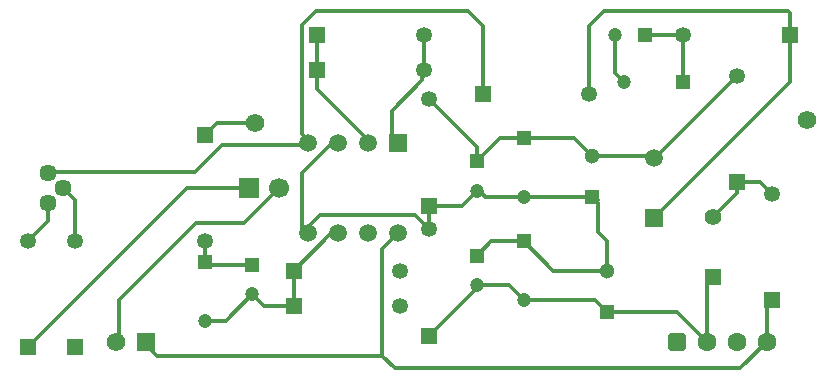
<source format=gbr>
G04*
G04 #@! TF.GenerationSoftware,Altium Limited,Altium Designer,23.5.1 (21)*
G04*
G04 Layer_Physical_Order=1*
G04 Layer_Color=255*
%FSLAX44Y44*%
%MOMM*%
G71*
G04*
G04 #@! TF.SameCoordinates,3F3CA9D7-E4A9-492A-9304-BF7569E67BA2*
G04*
G04*
G04 #@! TF.FilePolarity,Positive*
G04*
G01*
G75*
%ADD16C,1.5700*%
%ADD17R,1.5700X1.5700*%
%ADD18C,1.3500*%
%ADD19R,1.3500X1.3500*%
%ADD20R,1.7000X1.7000*%
%ADD21C,1.7000*%
%ADD22R,1.5000X1.5000*%
%ADD23C,1.5000*%
%ADD24R,1.2000X1.2000*%
%ADD25C,1.2000*%
%ADD26C,1.4500*%
%ADD27R,1.4000X1.4000*%
%ADD28C,1.4000*%
%ADD29R,1.3500X1.3500*%
%ADD30R,1.2000X1.2000*%
%ADD31C,1.6000*%
G04:AMPARAMS|DCode=32|XSize=1.6mm|YSize=1.6mm|CornerRadius=0.4mm|HoleSize=0mm|Usage=FLASHONLY|Rotation=0.000|XOffset=0mm|YOffset=0mm|HoleType=Round|Shape=RoundedRectangle|*
%AMROUNDEDRECTD32*
21,1,1.6000,0.8000,0,0,0.0*
21,1,0.8000,1.6000,0,0,0.0*
1,1,0.8000,0.4000,-0.4000*
1,1,0.8000,-0.4000,-0.4000*
1,1,0.8000,-0.4000,0.4000*
1,1,0.8000,0.4000,0.4000*
%
%ADD32ROUNDEDRECTD32*%
%ADD33C,1.3000*%
%ADD34R,1.3000X1.3000*%
%ADD35C,0.3050*%
%ADD36C,0.5080*%
D16*
X124800Y30000D02*
D03*
X242500Y215000D02*
D03*
X710000Y217500D02*
D03*
D17*
X150200Y30000D02*
D03*
D18*
X50000Y115000D02*
D03*
X200000Y115000D02*
D03*
X90000Y115000D02*
D03*
X365000Y60000D02*
D03*
Y90000D02*
D03*
X605000Y290000D02*
D03*
X650000Y255000D02*
D03*
X680000Y155000D02*
D03*
X525000Y240000D02*
D03*
X390000Y125000D02*
D03*
Y235000D02*
D03*
X385000Y290000D02*
D03*
Y260000D02*
D03*
D19*
X50000Y25000D02*
D03*
X200000Y205000D02*
D03*
X90000Y25000D02*
D03*
X650000Y165000D02*
D03*
X680000Y65000D02*
D03*
X390000Y35000D02*
D03*
Y145000D02*
D03*
D20*
X237300Y160000D02*
D03*
D21*
X262700D02*
D03*
D22*
X580000Y134500D02*
D03*
X363100Y198100D02*
D03*
D23*
X580000Y185500D02*
D03*
X286900Y121900D02*
D03*
X312300D02*
D03*
X337700D02*
D03*
X363100D02*
D03*
X286900Y198100D02*
D03*
X312300D02*
D03*
X337700D02*
D03*
D24*
X240000Y95000D02*
D03*
X430000Y182500D02*
D03*
Y102500D02*
D03*
X200000Y97500D02*
D03*
X470000Y202500D02*
D03*
Y115000D02*
D03*
D25*
X240000Y70000D02*
D03*
X430000Y157500D02*
D03*
Y77500D02*
D03*
X200000Y47500D02*
D03*
X547500Y290000D02*
D03*
X555000Y250000D02*
D03*
X470000Y152500D02*
D03*
Y65000D02*
D03*
D26*
X67206Y147300D02*
D03*
X79906Y160000D02*
D03*
X67206Y172700D02*
D03*
D27*
X630000Y84600D02*
D03*
D28*
Y135400D02*
D03*
D29*
X275000Y60000D02*
D03*
Y90000D02*
D03*
X695000Y290000D02*
D03*
X435000Y240000D02*
D03*
X295000Y290000D02*
D03*
Y260000D02*
D03*
D30*
X572500Y290000D02*
D03*
X605000Y250000D02*
D03*
D31*
X624600Y30000D02*
D03*
X650000D02*
D03*
X675400D02*
D03*
D32*
X599200D02*
D03*
D33*
X540000Y90000D02*
D03*
X527500Y187500D02*
D03*
D34*
X540000Y55000D02*
D03*
X527500Y152500D02*
D03*
D35*
X350000Y18190D02*
X360690Y7500D01*
X652900D01*
X675400Y30000D01*
X191080Y173600D02*
X214161Y196681D01*
X281900D02*
X283319Y198100D01*
X214161Y196681D02*
X281900D01*
X283319Y198100D02*
X286900D01*
X295000Y243562D02*
X335177Y203384D01*
X295000Y260000D02*
Y290000D01*
Y243562D02*
Y260000D01*
X335177Y200578D02*
Y203384D01*
X332700Y198100D02*
X335177Y200578D01*
X358100Y198100D02*
Y225600D01*
X383792Y258792D02*
X385000Y260000D01*
X358100Y225600D02*
X383792Y251292D01*
Y258792D01*
X385000Y260000D02*
Y290000D01*
X293955Y310000D02*
X422500D01*
X435000Y240000D02*
Y297500D01*
X422500Y310000D02*
X435000Y297500D01*
X281900Y297945D02*
X293955Y310000D01*
X350000Y108800D02*
X363100Y121900D01*
X350000Y18190D02*
Y108800D01*
X437422Y152500D02*
X527500D01*
X432422Y157500D02*
X437422Y152500D01*
X527500Y187500D02*
X582500D01*
X512500Y202500D02*
X527500Y187500D01*
X470000Y202500D02*
X512500D01*
X582500Y187500D02*
X650000Y255000D01*
X450000Y202500D02*
X470000D01*
X442500Y195000D02*
Y195000D01*
X450000Y202500D01*
X430000Y157500D02*
X432422D01*
X532500Y122500D02*
Y147500D01*
Y122500D02*
X540000Y115000D01*
Y90000D02*
Y115000D01*
X527500Y152500D02*
X532500Y147500D01*
X495000Y90000D02*
X540000D01*
X525000Y240000D02*
Y297500D01*
X537500Y310000D02*
X693213D01*
X525000Y297500D02*
X537500Y310000D01*
X695000Y290000D02*
Y308213D01*
X693213Y310000D02*
X695000Y308213D01*
X210000Y215000D02*
X242500D01*
X185000Y160000D02*
X237300D01*
X50000Y25000D02*
X185000Y160000D01*
X192500Y130000D02*
X232700D01*
X127500Y65000D02*
X192500Y130000D01*
X127500Y30000D02*
Y65000D01*
X281900Y121900D02*
Y172700D01*
Y121900D02*
X297500Y137500D01*
X281900Y198100D02*
X284377Y200578D01*
X68106Y173600D02*
X191080D01*
X159310Y18190D02*
X350000D01*
X675400Y30000D02*
Y60400D01*
X377500Y137500D02*
X390000Y125000D01*
X297500Y137500D02*
X377500D01*
X232700Y130000D02*
X262700Y160000D01*
X281900Y172700D02*
X307300Y198100D01*
X695000Y249500D02*
Y290000D01*
X284377Y200578D02*
Y203384D01*
X281900Y205862D02*
X284377Y203384D01*
X281900Y205862D02*
Y297945D01*
X527500Y152500D02*
X530000D01*
X200000Y205000D02*
X210000Y215000D01*
X530000Y152500D02*
X532500Y150000D01*
X547500Y257500D02*
Y290000D01*
Y257500D02*
X555000Y250000D01*
X605000Y250000D02*
Y290000D01*
Y250000D02*
X605000Y250000D01*
X572500Y290000D02*
X605000D01*
X580000Y134500D02*
X695000Y249500D01*
X200000Y97500D02*
Y115000D01*
X202500Y95000D02*
X240000D01*
X200000Y97500D02*
X202500Y95000D01*
X250000Y60000D02*
X275000D01*
X240000Y70000D02*
X250000Y60000D01*
X200000Y47500D02*
X217500D01*
X240000Y70000D01*
X272500Y92500D02*
X275000Y90000D01*
Y60000D02*
Y90000D01*
X306900Y121900D02*
X307300D01*
X275000Y90000D02*
X306900Y121900D01*
X147500Y30000D02*
X159310Y18190D01*
X599600Y55000D02*
X624600Y30000D01*
X540000Y55000D02*
X599600D01*
X390000Y35000D02*
X430000Y75000D01*
Y77500D01*
X79906Y160000D02*
X90000Y149906D01*
Y115000D02*
Y149906D01*
X50000Y115000D02*
X67206Y132206D01*
Y147300D01*
X624600Y30000D02*
Y79200D01*
X630000Y84600D01*
X470000Y65000D02*
X530000D01*
X540000Y55000D01*
X430000Y77500D02*
X457500D01*
X470000Y65000D01*
X390000Y125000D02*
Y145000D01*
X442500Y115000D02*
X470000D01*
X430000Y102500D02*
X442500Y115000D01*
X470000D02*
X495000Y90000D01*
X390000Y145000D02*
X417500D01*
X430000Y157500D01*
Y182500D02*
Y195000D01*
X390000Y235000D02*
X430000Y195000D01*
Y182500D02*
X442500Y195000D01*
X650000Y155400D02*
Y165000D01*
X630000Y135400D02*
X650000Y155400D01*
X670000Y165000D02*
X680000Y155000D01*
X650000Y165000D02*
X670000D01*
X675400Y60400D02*
X680000Y65000D01*
D36*
X281900Y198100D02*
X284377D01*
X286900D01*
X67206Y172700D02*
X68106Y173600D01*
M02*

</source>
